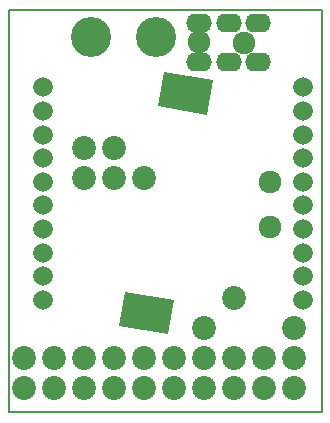
<source format=gbr>
G04 #@! TF.FileFunction,Soldermask,Bot*
%FSLAX46Y46*%
G04 Gerber Fmt 4.6, Leading zero omitted, Abs format (unit mm)*
G04 Created by KiCad (PCBNEW 4.0.2+dfsg1-stable) date Wed 18 Jan 2017 17:06:10 CET*
%MOMM*%
G01*
G04 APERTURE LIST*
%ADD10C,0.100000*%
%ADD11C,0.150000*%
%ADD12C,1.670000*%
%ADD13C,2.025600*%
%ADD14C,1.924000*%
%ADD15C,3.399740*%
%ADD16O,2.200000X1.600000*%
G04 APERTURE END LIST*
D10*
D11*
X59600Y43400D02*
X26559600Y43400D01*
X26559600Y43400D02*
X26559600Y34043400D01*
X26559600Y34043400D02*
X59600Y34043400D01*
X59600Y34043400D02*
X59600Y43400D01*
D12*
X2929600Y27537400D03*
X2929600Y25537400D03*
X2929600Y23537400D03*
X2929600Y21537400D03*
X2929600Y19537400D03*
X2929600Y17537400D03*
X2929600Y15537400D03*
X2929600Y13537400D03*
X2929600Y11537400D03*
X2929600Y9537400D03*
X24929600Y9537400D03*
X24929600Y11537400D03*
X24929600Y13537400D03*
X24929600Y15537400D03*
X24929600Y17537400D03*
X24929600Y19537400D03*
X24929600Y21537400D03*
X24929600Y23537400D03*
X24929600Y25537400D03*
X24929600Y27537400D03*
D10*
G36*
X13554612Y6612921D02*
X9408572Y7343980D01*
X9919098Y10239315D01*
X14065138Y9508256D01*
X13554612Y6612921D01*
X13554612Y6612921D01*
G37*
G36*
X16836145Y25223424D02*
X12690105Y25954483D01*
X13200631Y28849818D01*
X17346671Y28118759D01*
X16836145Y25223424D01*
X16836145Y25223424D01*
G37*
D13*
X1329600Y2075400D03*
X1329600Y4615400D03*
X3869600Y2075400D03*
X3869600Y4615400D03*
X6409600Y2075400D03*
X6409600Y4615400D03*
X8949600Y2075400D03*
X8949600Y4615400D03*
X11489600Y2075400D03*
X11489600Y4615400D03*
X14029600Y2075400D03*
X14029600Y4615400D03*
X16569600Y2075400D03*
X16569600Y4615400D03*
X19109600Y2075400D03*
X19109600Y4615400D03*
X21649600Y2075400D03*
X21649600Y4615400D03*
X24189600Y2075400D03*
X24189600Y4615400D03*
X11489600Y19855400D03*
X6409600Y19855400D03*
X6409600Y22395400D03*
X24189600Y7155400D03*
X19109600Y9695400D03*
X8949600Y22395400D03*
X8949600Y19855400D03*
X16569600Y7155400D03*
D14*
X20002500Y31305500D03*
X16129000Y31369000D03*
X22208500Y19494500D03*
X22208500Y15748000D03*
D15*
X12558500Y31797000D03*
X7058500Y31797000D03*
D16*
X21169000Y29655500D03*
X18669000Y29655500D03*
X16169000Y29655500D03*
X21169000Y32955500D03*
X18669000Y32955500D03*
X16169000Y32955500D03*
M02*

</source>
